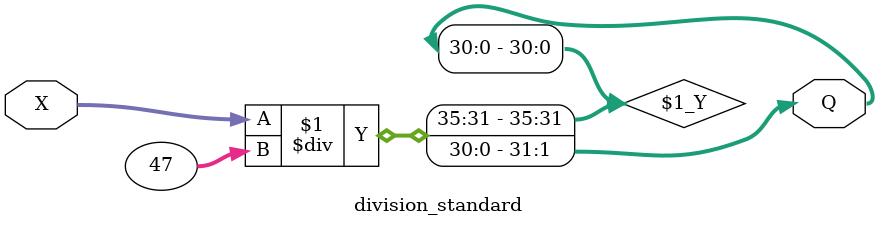
<source format=v>
module division_standard( X, Q);//, R);

input  [36:1] X;
output [31:1] Q; 
//output [6:1] R;

assign Q = X / 47;

//assign R = X % 47;

endmodule

</source>
